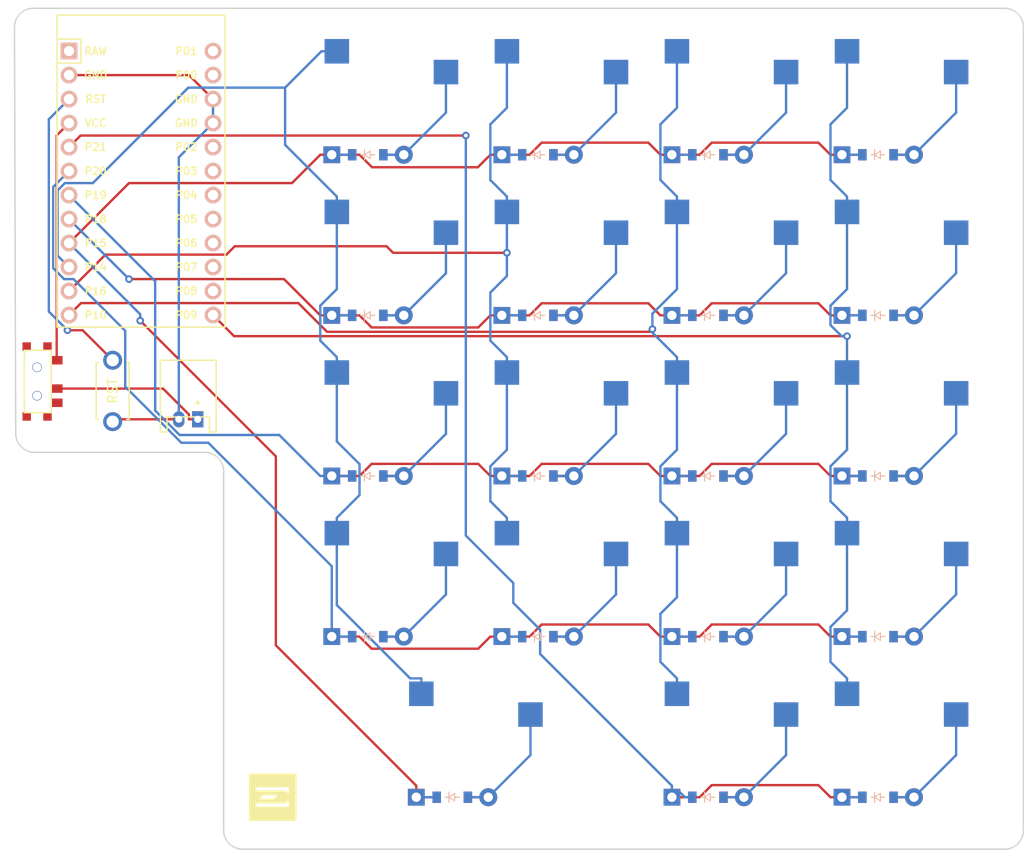
<source format=kicad_pcb>
(kicad_pcb (version 20240108) (generator "pcbnew") (generator_version "8.0")
  (title_block (title "numpad") (date "2024-05-27") (rev "v1.0.0") (company "Unknown"))
  (layers (0 "F.Cu" signal) (31 "B.Cu" signal) (34 "B.Paste" user) (35 "F.Paste" user) (36 "B.SilkS" user "B.Silkscreen") (37 "F.SilkS" user "F.Silkscreen") (38 "B.Mask" user) (39 "F.Mask" user) (44 "Edge.Cuts" user))
  (net 0 "")
  (net 1 "P14")
  (net 2 "one_bottom")
  (net 3 "one_home")
  (net 4 "one_top")
  (net 5 "one_num")
  (net 6 "P16")
  (net 7 "two_bottom")
  (net 8 "two_home")
  (net 9 "two_top")
  (net 10 "two_num")
  (net 11 "P10")
  (net 12 "three_floor")
  (net 13 "three_bottom")
  (net 14 "three_home")
  (net 15 "three_top")
  (net 16 "three_num")
  (net 17 "P9")
  (net 18 "four_floor")
  (net 19 "four_bottom")
  (net 20 "four_home")
  (net 21 "four_top")
  (net 22 "four_num")
  (net 23 "zero_only")
  (net 24 "P20")
  (net 25 "P19")
  (net 26 "P18")
  (net 27 "P15")
  (net 28 "P21")
  (net 29 "RAW")
  (net 30 "GND")
  (net 31 "RST")
  (net 32 "VCC")
  (net 33 "P1")
  (net 34 "P0")
  (net 35 "P2")
  (net 36 "P3")
  (net 37 "P4")
  (net 38 "P5")
  (net 39 "P6")
  (net 40 "P7")
  (net 41 "P8")
  (net 42 "P01")
  (footprint "E73:SPDT_C128955" (layer "F.Cu") (at 65 61 90)
    (property "Reference" "T1" (hide yes))
    (property "Value" "" (hide yes))
  )
  (footprint "PG1350" (layer "F.Cu") (at 108.946 100)
    (property "Reference" "S19" (hide yes))
    (property "Value" "" (hide yes))
  )
  (footprint "PG1350" (layer "F.Cu") (at 136 100)
    (property "Reference" "S9" (hide yes))
    (property "Value" "" (hide yes))
  )
  (footprint "ceoloide:mounting_hole_npth" (layer "F.Cu") (at 94.946 100)
    (property "Reference" "MH3" (hide yes))
    (property "Value" "")
  )
  (footprint "ComboDiode" (layer "F.Cu") (at 100 71)
    (property "Reference" "D2" (hide yes))
    (property "Value" "" (hide yes))
  )
  (footprint "ComboDiode" (layer "F.Cu") (at 118 54)
    (property "Reference" "D7" (hide yes))
    (property "Value" "" (hide yes))
  )
  (footprint "PG1350" (layer "F.Cu") (at 154 32)
    (property "Reference" "S18" (hide yes))
    (property "Value" "" (hide yes))
  )
  (footprint "ceoloide:reset_switch_tht_top" (layer "F.Cu") (at 73 62 90)
    (property "Reference" "RST1" (hide yes))
    (property "Value" "")
  )
  (footprint "PG1350" (layer "F.Cu") (at 154 66)
    (property "Reference" "S16" (hide yes))
    (property "Value" "" (hide yes))
  )
  (footprint "ComboDiode" (layer "F.Cu") (at 100 54)
    (property "Reference" "D3" (hide yes))
    (property "Value" "" (hide yes))
  )
  (footprint "PG1350" (layer "F.Cu") (at 118 49)
    (property "Reference" "S7" (hide yes))
    (property "Value" "" (hide yes))
  )
  (footprint "ComboDiode" (layer "F.Cu") (at 154 54)
    (property "Reference" "D17" (hide yes))
    (property "Value" "" (hide yes))
  )
  (footprint "ceoloide:utility_ergogen_logo" (layer "F.Cu") (at 89.946 105)
    (property "Reference" "LOGO1" (hide yes))
    (property "Value" "")
  )
  (footprint "PG1350" (layer "F.Cu") (at 154 100)
    (property "Reference" "S14" (hide yes))
    (property "Value" "" (hide yes))
  )
  (footprint "ceoloide:mounting_hole_npth" (layer "F.Cu") (at 89 27)
    (property "Reference" "MH1" (hide yes))
    (property "Value" "")
  )
  (footprint "ceoloide:mounting_hole_npth" (layer "F.Cu") (at 165.5 87)
    (property "Reference" "MH4" (hide yes))
    (property "Value" "")
  )
  (footprint "ComboDiode" (layer "F.Cu") (at 100 37)
    (property "Reference" "D4" (hide yes))
    (property "Value" "" (hide yes))
  )
  (footprint "ComboDiode" (layer "F.Cu") (at 136 71)
    (property "Reference" "D11" (hide yes))
    (property "Value" "" (hide yes))
  )
  (footprint "PG1350" (layer "F.Cu") (at 100 49)
    (property "Reference" "S3" (hide yes))
    (property "Value" "" (hide yes))
  )
  (footprint "PG1350" (layer "F.Cu") (at 136 83)
    (property "Reference" "S10" (hide yes))
    (property "Value" "" (hide yes))
  )
  (footprint "ComboDiode" (layer "F.Cu") (at 118 37)
    (property "Reference" "D8" (hide yes))
    (property "Value" "" (hide yes))
  )
  (footprint "PG1350" (layer "F.Cu") (at 154 49)
    (property "Reference" "S17" (hide yes))
    (property "Value" "" (hide yes))
  )
  (footprint "ComboDiode" (layer "F.Cu") (at 108.946 105)
    (property "Reference" "D19" (hide yes))
    (property "Value" "" (hide yes))
  )
  (footprint "PG1350" (layer "F.Cu") (at 118 66)
    (property "Reference" "S6" (hide yes))
    (property "Value" "" (hide yes))
  )
  (footprint "ComboDiode" (layer "F.Cu") (at 154 88)
    (property "Reference" "D15" (hide yes))
    (property "Value" "" (hide yes))
  )
  (footprint "ComboDiode" (layer "F.Cu") (at 136 54)
    (property "Reference" "D12" (hide yes))
    (property "Value" "" (hide yes))
  )
  (footprint "ComboDiode" (layer "F.Cu") (at 118 71)
    (property "Reference" "D6" (hide yes))
    (property "Value" "" (hide yes))
  )
  (footprint "PG1350" (layer "F.Cu") (at 154 83)
    (property "Reference" "S15" (hide yes))
    (property "Value" "" (hide yes))
  )
  (footprint "PG1350" (layer "F.Cu") (at 100 66)
    (property "Reference" "S2" (hide yes))
    (property "Value" "" (hide yes))
  )
  (footprint "PG1350" (layer "F.Cu") (at 100 32)
    (property "Reference" "S4" (hide yes))
    (property "Value" "" (hide yes))
  )
  (footprint "JST_PH_S2B-PH-K_02x2.00mm_Angled" (layer "F.Cu") (at 81 65 180)
    (property "Reference" "JST1" (hide yes))
    (property "Value" "" (hide yes))
  )
  (footprint "ComboDiode" (layer "F.Cu") (at 118 88)
    (property "Reference" "D5" (hide yes))
    (property "Value" "" (hide yes))
  )
  (footprint "PG1350" (layer "F.Cu") (at 118 83)
    (property "Reference" "S5" (hide yes))
    (property "Value" "" (hide yes))
  )
  (footprint "ComboDiode" (layer "F.Cu") (at 154 105)
    (property "Reference" "D14" (hide yes))
    (property "Value" "" (hide yes))
  )
  (footprint "PG1350" (layer "F.Cu") (at 118 32)
    (property "Reference" "S8" (hide yes))
    (property "Value" "" (hide yes))
  )
  (footprint "PG1350" (layer "F.Cu") (at 136 49)
    (property "Reference" "S12" (hide yes))
    (property "Value" "" (hide yes))
  )
  (footprint "ComboDiode" (layer "F.Cu") (at 136 105)
    (property "Reference" "D9" (hide yes))
    (property "Value" "" (hide yes))
  )
  (footprint "ComboDiode" (layer "F.Cu") (at 100 88)
    (property "Reference" "D1" (hide yes))
    (property "Value" "" (hide yes))
  )
  (footprint "ComboDiode" (layer "F.Cu") (at 136 37)
    (property "Reference" "D13" (hide yes))
    (property "Value" "" (hide yes))
  )
  (footprint "ComboDiode" (layer "F.Cu") (at 136 88)
    (property "Reference" "D10" (hide yes))
    (property "Value" "" (hide yes))
  )
  (footprint "PG1350" (layer "F.Cu") (at 136 32)
    (property "Reference" "S13" (hide yes))
    (property "Value" "" (hide yes))
  )
  (footprint "ceoloide:mounting_hole_npth" (layer "F.Cu") (at 165.5 36)
    (property "Reference" "MH2" (hide yes))
    (property "Value" "")
  )
  (footprint "PG1350" (layer "F.Cu") (at 100 83)
    (property "Reference" "S1" (hide yes))
    (property "Value" "" (hide yes))
  )
  (footprint "PG1350" (layer "F.Cu") (at 136 66)
    (property "Reference" "S11" (hide yes))
    (property "Value" "" (hide yes))
  )
  (footprint "ProMicro" (layer "F.Cu") (at 76 40 -90)
    (property "Reference" "MCU1" (hide yes))
    (property "Value" "" (hide yes))
  )
  (footprint "ComboDiode" (layer "F.Cu") (at 154 71)
    (property "Reference" "D16" (hide yes))
    (property "Value" "" (hide yes))
  )
  (footprint "ComboDiode" (layer "F.Cu") (at 154 37)
    (property "Reference" "D18" (hide yes))
    (property "Value" "" (hide yes))
  )
  (gr_line (start 62.739807 66.506213) (end 62.606232 23.506213) (stroke (width 0.15)) (layer "Edge.Cuts"))
  (gr_arc (start 82.746 68.5) (mid 84.160214 69.085786) (end 84.746 70.5) (stroke (width 0.15)) (layer "Edge.Cuts"))
  (gr_line (start 169.4 23.5) (end 169.4 108.5) (stroke (width 0.15)) (layer "Edge.Cuts"))
  (gr_arc (start 86.746 110.5) (mid 85.331786 109.914214) (end 84.746 108.5) (stroke (width 0.15)) (layer "Edge.Cuts"))
  (gr_line (start 82.746 68.5) (end 64.739797 68.5) (stroke (width 0.15)) (layer "Edge.Cuts"))
  (gr_line (start 64.606222 21.5) (end 167.4 21.5) (stroke (width 0.15)) (layer "Edge.Cuts"))
  (gr_line (start 84.746 108.5) (end 84.746 70.5) (stroke (width 0.15)) (layer "Edge.Cuts"))
  (gr_arc (start 64.739797 68.5) (mid 63.327784 67.916407) (end 62.739807 66.506213) (stroke (width 0.15)) (layer "Edge.Cuts"))
  (gr_arc (start 62.606232 23.506213) (mid 63.189815 22.087993) (end 64.606222 21.5) (stroke (width 0.15)) (layer "Edge.Cuts"))
  (gr_line (start 167.4 110.5) (end 86.746 110.5) (stroke (width 0.15)) (layer "Edge.Cuts"))
  (gr_arc (start 169.4 108.5) (mid 168.814214 109.914214) (end 167.4 110.5) (stroke (width 0.15)) (layer "Edge.Cuts"))
  (gr_arc (start 167.4 21.5) (mid 168.814214 22.085786) (end 169.4 23.5) (stroke (width 0.15)) (layer "Edge.Cuts"))
  (segment (start 67.943 40) (end 67.1692 40.7738) (width 0.25) (layer "B.Cu") (net 1))
  (segment (start 96.725 51.2249) (end 96.725 43.05) (width 0.25) (layer "B.Cu") (net 1))
  (segment (start 94.9743 56.6726) (end 94.9743 52.9756) (width 0.25) (layer "B.Cu") (net 1))
  (segment (start 70.9017 40) (end 67.943 40) (width 0.25) (layer "B.Cu") (net 1))
  (segment (start 91.2513 35.9496) (end 96.725 41.4233) (width 0.25) (layer "B.Cu") (net 1))
  (segment (start 96.725 60.05) (end 96.725 58.4233) (width 0.25) (layer "B.Cu") (net 1))
  (segment (start 104.488 92.4233) (end 96.725 84.6606) (width 0.25) (layer "B.Cu") (net 1))
  (segment (start 96.725 77.05) (end 96.725 75.4233) (width 0.25) (layer "B.Cu") (net 1))
  (segment (start 94.9743 52.9756) (end 96.725 51.2249) (width 0.25) (layer "B.Cu") (net 1))
  (segment (start 99.1267 73.0216) (end 99.1267 69.7452) (width 0.25) (layer "B.Cu") (net 1))
  (segment (start 81.0047 29.897) (end 70.9017 40) (width 0.25) (layer "B.Cu") (net 1))
  (segment (start 96.725 58.4233) (end 94.9743 56.6726) (width 0.25) (layer "B.Cu") (net 1))
  (segment (start 91.2513 29.897) (end 91.2513 35.9496) (width 0.25) (layer "B.Cu") (net 1))
  (segment (start 99.1267 69.7452) (end 96.725 67.3435) (width 0.25) (layer "B.Cu") (net 1))
  (segment (start 95.0983 26.05) (end 91.2513 29.897) (width 0.25) (layer "B.Cu") (net 1))
  (segment (start 96.725 41.4233) (end 96.725 43.05) (width 0.25) (layer "B.Cu") (net 1))
  (segment (start 96.725 84.6606) (end 96.725 77.05) (width 0.25) (layer "B.Cu") (net 1))
  (segment (start 67.1692 40.7738) (end 67.1692 47.6792) (width 0.25) (layer "B.Cu") (net 1))
  (segment (start 96.725 67.3435) (end 96.725 60.05) (width 0.25) (layer "B.Cu") (net 1))
  (segment (start 96.725 26.05) (end 95.0983 26.05) (width 0.25) (layer "B.Cu") (net 1))
  (segment (start 105.671 92.4233) (end 104.488 92.4233) (width 0.25) (layer "B.Cu") (net 1))
  (segment (start 91.2513 29.897) (end 81.0047 29.897) (width 0.25) (layer "B.Cu") (net 1))
  (segment (start 67.1692 47.6792) (end 68.38 48.89) (width 0.25) (layer "B.Cu") (net 1))
  (segment (start 96.725 75.4233) (end 99.1267 73.0216) (width 0.25) (layer "B.Cu") (net 1))
  (segment (start 105.671 94.05) (end 105.671 92.4233) (width 0.25) (layer "B.Cu") (net 1))
  (segment (start 103.81 88) (end 101.65 88) (width 0.25) (layer "F.Cu") (net 2))
  (segment (start 103.81 88) (end 108.275 83.535) (width 0.25) (layer "B.Cu") (net 2))
  (segment (start 103.81 88) (end 101.65 88) (width 0.25) (layer "B.Cu") (net 2))
  (segment (start 108.275 83.535) (end 108.275 79.25) (width 0.25) (layer "B.Cu") (net 2))
  (segment (start 103.81 71) (end 101.65 71) (width 0.25) (layer "F.Cu") (net 3))
  (segment (start 103.81 71) (end 101.65 71) (width 0.25) (layer "B.Cu") (net 3))
  (segment (start 108.275 66.535) (end 108.275 62.25) (width 0.25) (layer "B.Cu") (net 3))
  (segment (start 103.81 71) (end 108.275 66.535) (width 0.25) (layer "B.Cu") (net 3))
  (segment (start 103.81 54) (end 101.65 54) (width 0.25) (layer "F.Cu") (net 4))
  (segment (start 108.275 49.535) (end 103.81 54) (width 0.25) (layer "B.Cu") (net 4))
  (segment (start 108.275 45.25) (end 108.275 49.535) (width 0.25) (layer "B.Cu") (net 4))
  (segment (start 103.81 54) (end 101.65 54) (width 0.25) (layer "B.Cu") (net 4))
  (segment (start 103.81 37) (end 101.65 37) (width 0.25) (layer "F.Cu") (net 5))
  (segment (start 103.81 37) (end 101.65 37) (width 0.25) (layer "B.Cu") (net 5))
  (segment (start 108.275 28.25) (end 108.275 32.535) (width 0.25) (layer "B.Cu") (net 5))
  (segment (start 108.275 32.535) (end 103.81 37) (width 0.25) (layer "B.Cu") (net 5))
  (segment (start 114.725 47.3765) (end 102.678 47.3765) (width 0.25) (layer "F.Cu") (net 6))
  (segment (start 72.2402 47.5698) (end 68.38 51.43) (width 0.25) (layer "F.Cu") (net 6))
  (segment (start 85.9275 46.6835) (end 85.0412 47.5698) (width 0.25) (layer "F.Cu") (net 6))
  (segment (start 85.0412 47.5698) (end 72.2402 47.5698) (width 0.25) (layer "F.Cu") (net 6))
  (segment (start 102.678 47.3765) (end 101.985 46.6835) (width 0.25) (layer "F.Cu") (net 6))
  (segment (start 101.985 46.6835) (end 85.9275 46.6835) (width 0.25) (layer "F.Cu") (net 6))
  (via (at 114.725 47.3765) (size 0.8) (drill 0.4) (layers "F.Cu" "B.Cu") (net 6))
  (segment (start 112.974 73.6726) (end 112.974 69.9756) (width 0.25) (layer "B.Cu") (net 6))
  (segment (start 114.725 68.2249) (end 114.725 60.05) (width 0.25) (layer "B.Cu") (net 6))
  (segment (start 112.974 69.9756) (end 114.725 68.2249) (width 0.25) (layer "B.Cu") (net 6))
  (segment (start 114.725 75.4233) (end 112.974 73.6726) (width 0.25) (layer "B.Cu") (net 6))
  (segment (start 112.974 51.5842) (end 114.725 49.8335) (width 0.25) (layer "B.Cu") (net 6))
  (segment (start 114.725 41.4233) (end 112.974 39.6726) (width 0.25) (layer "B.Cu") (net 6))
  (segment (start 112.974 56.6726) (end 112.974 51.5842) (width 0.25) (layer "B.Cu") (net 6))
  (segment (start 114.725 60.05) (end 114.725 58.4233) (width 0.25) (layer "B.Cu") (net 6))
  (segment (start 114.725 77.05) (end 114.725 75.4233) (width 0.25) (layer "B.Cu") (net 6))
  (segment (start 112.974 33.782) (end 114.725 32.0313) (width 0.25) (layer "B.Cu") (net 6))
  (segment (start 114.725 43.05) (end 114.725 41.4233) (width 0.25) (layer "B.Cu") (net 6))
  (segment (start 114.725 47.3765) (end 114.725 43.05) (width 0.25) (layer "B.Cu") (net 6))
  (segment (start 114.725 58.4233) (end 112.974 56.6726) (width 0.25) (layer "B.Cu") (net 6))
  (segment (start 114.725 49.8335) (end 114.725 47.3765) (width 0.25) (layer "B.Cu") (net 6))
  (segment (start 114.725 32.0313) (end 114.725 26.05) (width 0.25) (layer "B.Cu") (net 6))
  (segment (start 112.974 39.6726) (end 112.974 33.782) (width 0.25) (layer "B.Cu") (net 6))
  (segment (start 121.81 88) (end 119.65 88) (width 0.25) (layer "F.Cu") (net 7))
  (segment (start 121.81 88) (end 126.275 83.535) (width 0.25) (layer "B.Cu") (net 7))
  (segment (start 126.275 83.535) (end 126.275 79.25) (width 0.25) (layer "B.Cu") (net 7))
  (segment (start 121.81 88) (end 119.65 88) (width 0.25) (layer "B.Cu") (net 7))
  (segment (start 121.81 71) (end 119.65 71) (width 0.25) (layer "F.Cu") (net 8))
  (segment (start 126.275 66.535) (end 126.275 62.25) (width 0.25) (layer "B.Cu") (net 8))
  (segment (start 121.81 71) (end 119.65 71) (width 0.25) (layer "B.Cu") (net 8))
  (segment (start 121.81 71) (end 126.275 66.535) (width 0.25) (layer "B.Cu") (net 8))
  (segment (start 121.81 54) (end 119.65 54) (width 0.25) (layer "F.Cu") (net 9))
  (segment (start 121.81 54) (end 126.275 49.535) (width 0.25) (layer "B.Cu") (net 9))
  (segment (start 121.81 54) (end 119.65 54) (width 0.25) (layer "B.Cu") (net 9))
  (segment (start 126.275 49.535) (end 126.275 45.25) (width 0.25) (layer "B.Cu") (net 9))
  (segment (start 121.81 37) (end 119.65 37) (width 0.25) (layer "F.Cu") (net 10))
  (segment (start 126.275 32.535) (end 126.275 28.25) (width 0.25) (layer "B.Cu") (net 10))
  (segment (start 121.81 37) (end 119.65 37) (width 0.25) (layer "B.Cu") (net 10))
  (segment (start 121.81 37) (end 126.275 32.535) (width 0.25) (layer "B.Cu") (net 10))
  (segment (start 129.846 55.7411) (end 130.126 55.4609) (width 0.25) (layer "F.Cu") (net 11))
  (segment (start 95.691 55.7411) (end 129.846 55.7411) (width 0.25) (layer "F.Cu") (net 11))
  (segment (start 68.38 53.97) (end 69.65 52.7) (width 0.25) (layer "F.Cu") (net 11))
  (segment (start 92.6499 52.7) (end 95.691 55.7411) (width 0.25) (layer "F.Cu") (net 11))
  (segment (start 69.65 52.7) (end 92.6499 52.7) (width 0.25) (layer "F.Cu") (net 11))
  (via (at 130.126 55.4609) (size 0.8) (drill 0.4) (layers "F.Cu" "B.Cu") (net 11))
  (segment (start 132.725 32.0313) (end 132.725 26.05) (width 0.25) (layer "B.Cu") (net 11))
  (segment (start 132.725 43.05) (end 132.725 51.2249) (width 0.25) (layer "B.Cu") (net 11))
  (segment (start 132.725 43.05) (end 132.725 41.4233) (width 0.25) (layer "B.Cu") (net 11))
  (segment (start 130.974 90.6726) (end 130.974 85.5842) (width 0.25) (layer "B.Cu") (net 11))
  (segment (start 132.725 51.2249) (end 130.126 53.8235) (width 0.25) (layer "B.Cu") (net 11))
  (segment (start 132.725 60.05) (end 132.725 58.4233) (width 0.25) (layer "B.Cu") (net 11))
  (segment (start 132.725 41.4233) (end 130.974 39.6726) (width 0.25) (layer "B.Cu") (net 11))
  (segment (start 130.974 33.782) (end 132.725 32.0313) (width 0.25) (layer "B.Cu") (net 11))
  (segment (start 132.725 68.2249) (end 130.974 69.9756) (width 0.25) (layer "B.Cu") (net 11))
  (segment (start 130.126 53.8235) (end 130.126 55.4609) (width 0.25) (layer "B.Cu") (net 11))
  (segment (start 132.725 94.05) (end 132.725 92.4233) (width 0.25) (layer "B.Cu") (net 11))
  (segment (start 132.725 75.4233) (end 132.725 77.05) (width 0.25) (layer "B.Cu") (net 11))
  (segment (start 130.974 85.5842) (end 132.725 83.8335) (width 0.25) (layer "B.Cu") (net 11))
  (segment (start 132.725 92.4233) (end 130.974 90.6726) (width 0.25) (layer "B.Cu") (net 11))
  (segment (start 130.974 39.6726) (end 130.974 33.782) (width 0.25) (layer "B.Cu") (net 11))
  (segment (start 130.974 69.9756) (end 130.974 73.6726) (width 0.25) (layer "B.Cu") (net 11))
  (segment (start 132.725 60.05) (end 132.725 68.2249) (width 0.25) (layer "B.Cu") (net 11))
  (segment (start 130.126 55.8247) (end 130.126 55.4609) (width 0.25) (layer "B.Cu") (net 11))
  (segment (start 132.725 83.8335) (end 132.725 77.05) (width 0.25) (layer "B.Cu") (net 11))
  (segment (start 130.974 73.6726) (end 132.725 75.4233) (width 0.25) (layer "B.Cu") (net 11))
  (segment (start 132.725 58.4233) (end 130.126 55.8247) (width 0.25) (layer "B.Cu") (net 11))
  (segment (start 139.81 105) (end 137.65 105) (width 0.25) (layer "F.Cu") (net 12))
  (segment (start 144.275 100.535) (end 144.275 96.25) (width 0.25) (layer "B.Cu") (net 12))
  (segment (start 139.81 105) (end 137.65 105) (width 0.25) (layer "B.Cu") (net 12))
  (segment (start 139.81 105) (end 144.275 100.535) (width 0.25) (layer "B.Cu") (net 12))
  (segment (start 139.81 88) (end 137.65 88) (width 0.25) (layer "F.Cu") (net 13))
  (segment (start 139.81 88) (end 137.65 88) (width 0.25) (layer "B.Cu") (net 13))
  (segment (start 144.275 83.535) (end 144.275 79.25) (width 0.25) (layer "B.Cu") (net 13))
  (segment (start 139.81 88) (end 144.275 83.535) (width 0.25) (layer "B.Cu") (net 13))
  (segment (start 139.81 71) (end 137.65 71) (width 0.25) (layer "F.Cu") (net 14))
  (segment (start 144.275 66.535) (end 144.275 62.25) (width 0.25) (layer "B.Cu") (net 14))
  (segment (start 139.81 71) (end 137.65 71) (width 0.25) (layer "B.Cu") (net 14))
  (segment (start 139.81 71) (end 144.275 66.535) (width 0.25) (layer "B.Cu") (net 14))
  (segment (start 139.81 54) (end 137.65 54) (width 0.25) (layer "F.Cu") (net 15))
  (segment (start 144.275 49.535) (end 144.275 45.25) (width 0.25) (layer "B.Cu") (net 15))
  (segment (start 139.81 54) (end 137.65 54) (width 0.25) (layer "B.Cu") (net 15))
  (segment (start 139.81 54) (end 144.275 49.535) (width 0.25) (layer "B.Cu") (net 15))
  (segment (start 139.81 37) (end 137.65 37) (width 0.25) (layer "F.Cu") (net 16))
  (segment (start 139.81 37) (end 137.65 37) (width 0.25) (layer "B.Cu") (net 16))
  (segment (start 144.275 32.535) (end 144.275 28.25) (width 0.25) (layer "B.Cu") (net 16))
  (segment (start 139.81 37) (end 144.275 32.535) (width 0.25) (layer "B.Cu") (net 16))
  (segment (start 83.62 53.97) (end 85.8512 56.2012) (width 0.25) (layer "F.Cu") (net 17))
  (segment (start 85.8512 56.2012) (end 150.725 56.2012) (width 0.25) (layer "F.Cu") (net 17))
  (via (at 150.725 56.2012) (size 0.8) (drill 0.4) (layers "F.Cu" "B.Cu") (net 17))
  (segment (start 150.151 56.2012) (end 150.725 56.2012) (width 0.25) (layer "B.Cu") (net 17))
  (segment (start 148.974 69.9756) (end 150.725 68.2249) (width 0.25) (layer "B.Cu") (net 17))
  (segment (start 148.974 90.6726) (end 148.974 86.9756) (width 0.25) (layer "B.Cu") (net 17))
  (segment (start 150.725 68.2249) (end 150.725 60.05) (width 0.25) (layer "B.Cu") (net 17))
  (segment (start 150.725 92.4233) (end 148.974 90.6726) (width 0.25) (layer "B.Cu") (net 17))
  (segment (start 150.725 75.4233) (end 148.974 73.6726) (width 0.25) (layer "B.Cu") (net 17))
  (segment (start 150.725 85.2249) (end 150.725 77.05) (width 0.25) (layer "B.Cu") (net 17))
  (segment (start 150.725 43.05) (end 150.725 41.4233) (width 0.25) (layer "B.Cu") (net 17))
  (segment (start 148.974 55.0244) (end 150.151 56.2012) (width 0.25) (layer "B.Cu") (net 17))
  (segment (start 150.725 56.2012) (end 150.725 60.05) (width 0.25) (layer "B.Cu") (net 17))
  (segment (start 148.974 73.6726) (end 148.974 69.9756) (width 0.25) (layer "B.Cu") (net 17))
  (segment (start 150.725 41.4233) (end 148.974 39.6726) (width 0.25) (layer "B.Cu") (net 17))
  (segment (start 150.725 51.2249) (end 148.974 52.9756) (width 0.25) (layer "B.Cu") (net 17))
  (segment (start 150.725 77.05) (end 150.725 75.4233) (width 0.25) (layer "B.Cu") (net 17))
  (segment (start 148.974 39.6726) (end 148.974 33.782) (width 0.25) (layer "B.Cu") (net 17))
  (segment (start 148.974 52.9756) (end 148.974 55.0244) (width 0.25) (layer "B.Cu") (net 17))
  (segment (start 150.725 43.05) (end 150.725 51.2249) (width 0.25) (layer "B.Cu") (net 17))
  (segment (start 148.974 86.9756) (end 150.725 85.2249) (width 0.25) (layer "B.Cu") (net 17))
  (segment (start 150.725 94.05) (end 150.725 92.4233) (width 0.25) (layer "B.Cu") (net 17))
  (segment (start 148.974 33.782) (end 150.725 32.0313) (width 0.25) (layer "B.Cu") (net 17))
  (segment (start 150.725 32.0313) (end 150.725 26.05) (width 0.25) (layer "B.Cu") (net 17))
  (segment (start 157.81 105) (end 155.65 105) (width 0.25) (layer "F.Cu") (net 18))
  (segment (start 162.275 100.535) (end 162.275 96.25) (width 0.25) (layer "B.Cu") (net 18))
  (segment (start 157.81 105) (end 155.65 105) (width 0.25) (layer "B.Cu") (net 18))
  (segment (start 157.81 105) (end 162.275 100.535) (width 0.25) (layer "B.Cu") (net 18))
  (segment (start 157.81 88) (end 155.65 88) (width 0.25) (layer "F.Cu") (net 19))
  (segment (start 157.81 88) (end 155.65 88) (width 0.25) (layer "B.Cu") (net 19))
  (segment (start 157.81 88) (end 162.275 83.535) (width 0.25) (layer "B.Cu") (net 19))
  (segment (start 162.275 83.535) (end 162.275 79.25) (width 0.25) (layer "B.Cu") (net 19))
  (segment (start 157.81 71) (end 155.65 71) (width 0.25) (layer "F.Cu") (net 20))
  (segment (start 162.275 66.535) (end 162.275 62.25) (width 0.25) (layer "B.Cu") (net 20))
  (segment (start 157.81 71) (end 162.275 66.535) (width 0.25) (layer "B.Cu") (net 20))
  (segment (start 157.81 71) (end 155.65 71) (width 0.25) (layer "B.Cu") (net 20))
  (segment (start 157.81 54) (end 155.65 54) (width 0.25) (layer "F.Cu") (net 21))
  (segment (start 157.81 54) (end 155.65 54) (width 0.25) (layer "B.Cu") (net 21))
  (segment (start 157.81 54) (end 162.275 49.535) (width 0.25) (layer "B.Cu") (net 21))
  (segment (start 162.275 49.535) (end 162.275 45.25) (width 0.25) (layer "B.Cu") (net 21))
  (segment (start 157.81 37) (end 155.65 37) (width 0.25) (layer "F.Cu") (net 22))
  (segment (start 155.65 37) (end 157.81 37) (width 0.25) (layer "B.Cu") (net 22))
  (segment (start 162.275 32.535) (end 162.275 28.25) (width 0.25) (layer "B.Cu") (net 22))
  (segment (start 157.81 37) (end 162.275 32.535) (width 0.25) (layer "B.Cu") (net 22))
  (segment (start 112.756 105) (end 110.596 105) (width 0.25) (layer "F.Cu") (net 23))
  (segment (start 112.756 105) (end 117.221 100.535) (width 0.25) (layer "B.Cu") (net 23))
  (segment (start 117.221 100.535) (end 117.221 96.25) (width 0.25) (layer "B.Cu") (net 23))
  (segment (start 112.756 105) (end 110.596 105) (width 0.25) (layer "B.Cu") (net 23))
  (segment (start 112.974 88) (end 114.19 88) (width 0.25) (layer "F.Cu") (net 24))
  (segment (start 111.691 89.2832) (end 112.974 88) (width 0.25) (layer "F.Cu") (net 24))
  (segment (start 98.35 88) (end 99.1267 88) (width 0.25) (layer "F.Cu") (net 24))
  (segment (start 130.974 88) (end 132.19 88) (width 0.25) (layer "F.Cu") (net 24))
  (segment (start 134.35 88) (end 135.127 88) (width 0.25) (layer "F.Cu") (net 24))
  (segment (start 99.1267 88) (end 100.41 89.2832) (width 0.25) (layer "F.Cu") (net 24))
  (segment (start 132.19 88) (end 134.35 88) (width 0.25) (layer "F.Cu") (net 24))
  (segment (start 148.974 88) (end 150.19 88) (width 0.25) (layer "F.Cu") (net 24))
  (segment (start 114.19 88) (end 116.35 88) (width 0.25) (layer "F.Cu") (net 24))
  (segment (start 118.406 86.7204) (end 129.695 86.7204) (width 0.25) (layer "F.Cu") (net 24))
  (segment (start 135.127 88) (end 136.406 86.7204) (width 0.25) (layer "F.Cu") (net 24))
  (segment (start 96.19 88) (end 98.35 88) (width 0.25) (layer "F.Cu") (net 24))
  (segment (start 147.695 86.7204) (end 148.974 88) (width 0.25) (layer "F.Cu") (net 24))
  (segment (start 100.41 89.2832) (end 111.691 89.2832) (width 0.25) (layer "F.Cu") (net 24))
  (segment (start 129.695 86.7204) (end 130.974 88) (width 0.25) (layer "F.Cu") (net 24))
  (segment (start 150.19 88) (end 152.35 88) (width 0.25) (layer "F.Cu") (net 24))
  (segment (start 117.127 88) (end 118.406 86.7204) (width 0.25) (layer "F.Cu") (net 24))
  (segment (start 136.406 86.7204) (end 147.695 86.7204) (width 0.25) (layer "F.Cu") (net 24))
  (segment (start 116.35 88) (end 117.127 88) (width 0.25) (layer "F.Cu") (net 24))
  (segment (start 80.2681 67.483) (end 83.1202 67.483) (width 0.25) (layer "B.Cu") (net 24))
  (segment (start 68.38 38.73) (end 66.7064 40.4036) (width 0.25) (layer "B.Cu") (net 24))
  (segment (start 96.19 88) (end 98.35 88) (width 0.25) (layer "B.Cu") (net 24))
  (segment (start 96.19 80.5528) (end 96.19 88) (width 0.25) (layer "B.Cu") (net 24))
  (segment (start 74.3267 61.5416) (end 80.2681 67.483) (width 0.25) (layer "B.Cu") (net 24))
  (segment (start 74.3267 55.6272) (end 74.3267 61.5416) (width 0.25) (layer "B.Cu") (net 24))
  (segment (start 134.35 88) (end 132.19 88) (width 0.25) (layer "B.Cu") (net 24))
  (segment (start 66.7064 49.0074) (end 67.859 50.16) (width 0.25) (layer "B.Cu") (net 24))
  (segment (start 152.35 88) (end 150.19 88) (width 0.25) (layer "B.Cu") (net 24))
  (segment (start 67.859 50.16) (end 68.8595 50.16) (width 0.25) (layer "B.Cu") (net 24))
  (segment (start 83.1202 67.483) (end 96.19 80.5528) (width 0.25) (layer "B.Cu") (net 24))
  (segment (start 66.7064 40.4036) (end 66.7064 49.0074) (width 0.25) (layer "B.Cu") (net 24))
  (segment (start 116.35 88) (end 114.19 88) (width 0.25) (layer "B.Cu") (net 24))
  (segment (start 68.8595 50.16) (end 74.3267 55.6272) (width 0.25) (layer "B.Cu") (net 24))
  (segment (start 116.35 71) (end 117.127 71) (width 0.25) (layer "F.Cu") (net 25))
  (segment (start 114.19 71) (end 116.35 71) (width 0.25) (layer "F.Cu") (net 25))
  (segment (start 98.35 71) (end 99.1267 71) (width 0.25) (layer "F.Cu") (net 25))
  (segment (start 96.19 71) (end 98.35 71) (width 0.25) (layer "F.Cu") (net 25))
  (segment (start 129.695 69.7204) (end 130.974 71) (width 0.25) (layer "F.Cu") (net 25))
  (segment (start 147.695 69.7204) (end 148.974 71) (width 0.25) (layer "F.Cu") (net 25))
  (segment (start 134.35 71) (end 135.127 71) (width 0.25) (layer "F.Cu") (net 25))
  (segment (start 148.974 71) (end 150.19 71) (width 0.25) (layer "F.Cu") (net 25))
  (segment (start 111.695 69.7204) (end 112.974 71) (width 0.25) (layer "F.Cu") (net 25))
  (segment (start 117.127 71) (end 118.406 69.7204) (width 0.25) (layer "F.Cu") (net 25))
  (segment (start 136.406 69.7204) (end 147.695 69.7204) (width 0.25) (layer "F.Cu") (net 25))
  (segment (start 130.974 71) (end 132.19 71) (width 0.25) (layer "F.Cu") (net 25))
  (segment (start 118.406 69.7204) (end 129.695 69.7204) (width 0.25) (layer "F.Cu") (net 25))
  (segment (start 135.127 71) (end 136.406 69.7204) (width 0.25) (layer "F.Cu") (net 25))
  (segment (start 132.19 71) (end 134.35 71) (width 0.25) (layer "F.Cu") (net 25))
  (segment (start 99.1267 71) (end 100.406 69.7204) (width 0.25) (layer "F.Cu") (net 25))
  (segment (start 112.974 71) (end 114.19 71) (width 0.25) (layer "F.Cu") (net 25))
  (segment (start 100.406 69.7204) (end 111.695 69.7204) (width 0.25) (layer "F.Cu") (net 25))
  (segment (start 150.19 71) (end 152.35 71) (width 0.25) (layer "F.Cu") (net 25))
  (segment (start 90.6349 66.6606) (end 80.0845 66.6606) (width 0.25) (layer "B.Cu") (net 25))
  (segment (start 134.35 71) (end 132.19 71) (width 0.25) (layer "B.Cu") (net 25))
  (segment (start 98.35 71) (end 96.19 71) (width 0.25) (layer "B.Cu") (net 25))
  (segment (start 80.0845 66.6606) (end 77.4987 64.0748) (width 0.25) (layer "B.Cu") (net 25))
  (segment (start 116.35 71) (end 114.19 71) (width 0.25) (layer "B.Cu") (net 25))
  (segment (start 152.35 71) (end 150.19 71) (width 0.25) (layer "B.Cu") (net 25))
  (segment (start 77.4987 64.0748) (end 77.4987 50.3887) (width 0.25) (layer "B.Cu") (net 25))
  (segment (start 94.9743 71) (end 90.6349 66.6606) (width 0.25) (layer "B.Cu") (net 25))
  (segment (start 96.19 71) (end 94.9743 71) (width 0.25) (layer "B.Cu") (net 25))
  (segment (start 77.4987 50.3887) (end 68.38 41.27) (width 0.25) (layer "B.Cu") (net 25))
  (segment (start 132.19 54) (end 134.35 54) (width 0.25) (layer "F.Cu") (net 26))
  (segment (start 99.1267 54) (end 98.35 54) (width 0.25) (layer "F.Cu") (net 26))
  (segment (start 94.9743 54) (end 91.1343 50.16) (width 0.25) (layer "F.Cu") (net 26))
  (segment (start 130.974 54) (end 129.695 52.7205) (width 0.25) (layer "F.Cu") (net 26))
  (segment (start 100.406 55.2795) (end 99.1267 54) (width 0.25) (layer "F.Cu") (net 26))
  (segment (start 152.35 54) (end 150.19 54) (width 0.25) (layer "F.Cu") (net 26))
  (segment (start 147.695 52.7204) (end 136.406 52.7204) (width 0.25) (layer "F.Cu") (net 26))
  (segment (start 91.1343 50.16) (end 74.73 50.16) (width 0.25) (layer "F.Cu") (net 26))
  (segment (start 111.695 55.2795) (end 100.406 55.2795) (width 0.25) (layer "F.Cu") (net 26))
  (segment (start 132.19 54) (end 130.974 54) (width 0.25) (layer "F.Cu") (net 26))
  (segment (start 96.19 54) (end 94.9743 54) (width 0.25) (layer "F.Cu") (net 26))
  (segment (start 136.406 52.7204) (end 135.127 54) (width 0.25) (layer "F.Cu") (net 26))
  (segment (start 118.406 52.7205) (end 117.127 54) (width 0.25) (layer "F.Cu") (net 26))
  (segment (start 112.974 54) (end 111.695 55.2795) (width 0.25) (layer "F.Cu") (net 26))
  (segment (start 129.695 52.7205) (end 118.406 52.7205) (width 0.25) (layer "F.Cu") (net 26))
  (segment (start 114.19 54) (end 112.974 54) (width 0.25) (layer "F.Cu") (net 26))
  (segment (start 150.19 54) (end 148.974 54) (width 0.25) (layer "F.Cu") (net 26))
  (segment (start 148.974 54) (end 147.695 52.7204) (width 0.25) (layer "F.Cu") (net 26))
  (segment (start 96.19 54) (end 98.35 54) (width 0.25) (layer "F.Cu") (net 26))
  (segment (start 135.127 54) (end 134.35 54) (width 0.25) (layer "F.Cu") (net 26))
  (segment (start 116.35 54) (end 114.19 54) (width 0.25) (layer "F.Cu") (net 26))
  (segment (start 117.127 54) (end 116.35 54) (width 0.25) (layer "F.Cu") (net 26))
  (via (at 74.73 50.16) (size 0.8) (drill 0.4) (layers "F.Cu" "B.Cu") (net 26))
  (segment (start 116.35 54) (end 114.19 54) (width 0.25) (layer "B.Cu") (net 26))
  (segment (start 152.35 54) (end 150.19 54) (width 0.25) (layer "B.Cu") (net 26))
  (segment (start 134.35 54) (end 132.19 54) (width 0.25) (layer "B.Cu") (net 26))
  (segment (start 98.35 54) (end 96.19 54) (width 0.25) (layer "B.Cu") (net 26))
  (segment (start 68.38 43.81) (end 74.73 50.16) (width 0.25) (layer "B.Cu") (net 26))
  (segment (start 99.1267 37) (end 98.35 37) (width 0.25) (layer "F.Cu") (net 27))
  (segment (start 136.406 35.7204) (end 147.695 35.7204) (width 0.25) (layer "F.Cu") (net 27))
  (segment (start 117.127 37) (end 116.35 37) (width 0.25) (layer "F.Cu") (net 27))
  (segment (start 118.406 35.7204) (end 117.127 37) (width 0.25) (layer "F.Cu") (net 27))
  (segment (start 150.19 37) (end 152.35 37) (width 0.25) (layer "F.Cu") (net 27))
  (segment (start 132.19 37) (end 134.35 37) (width 0.25) (layer "F.Cu") (net 27))
  (segment (start 74.73 40) (end 68.38 46.35) (width 0.25) (layer "F.Cu") (net 27))
  (segment (start 90.2698 68.9215) (end 90.2698 88.9181) (width 0.25) (layer "F.Cu") (net 27))
  (segment (start 96.19 37) (end 98.35 37) (width 0.25) (layer "F.Cu") (net 27))
  (segment (start 114.19 37) (end 112.974 37) (width 0.25) (layer "F.Cu") (net 27))
  (segment (start 105.136 105) (end 105.136 103.7843) (width 0.25) (layer "F.Cu") (net 27))
  (segment (start 91.9743 40) (end 74.73 40) (width 0.25) (layer "F.Cu") (net 27))
  (segment (start 130.974 37) (end 129.695 35.7204) (width 0.25) (layer "F.Cu") (net 27))
  (segment (start 100.449 38.3225) (end 99.1267 37) (width 0.25) (layer "F.Cu") (net 27))
  (segment (start 114.19 37) (end 116.35 37) (width 0.25) (layer "F.Cu") (net 27))
  (segment (start 96.19 37) (end 94.9743 37) (width 0.25) (layer "F.Cu") (net 27))
  (segment (start 90.2698 88.9181) (end 105.136 103.7843) (width 0.25) (layer "F.Cu") (net 27))
  (segment (start 132.19 37) (end 130.974 37) (width 0.25) (layer "F.Cu") (net 27))
  (segment (start 94.9743 37) (end 91.9743 40) (width 0.25) (layer "F.Cu") (net 27))
  (segment (start 129.695 35.7204) (end 118.406 35.7204) (width 0.25) (layer "F.Cu") (net 27))
  (segment (start 112.974 37) (end 111.652 38.3225) (width 0.25) (layer "F.Cu") (net 27))
  (segment (start 111.652 38.3225) (end 100.449 38.3225) (width 0.25) (layer "F.Cu") (net 27))
  (segment (start 135.127 37) (end 136.406 35.7204) (width 0.25) (layer "F.Cu") (net 27))
  (segment (start 147.695 35.7204) (end 148.974 37) (width 0.25) (layer "F.Cu") (net 27))
  (segment (start 134.35 37) (end 135.127 37) (width 0.25) (layer "F.Cu") (net 27))
  (segment (start 105.136 105) (end 107.296 105) (width 0.25) (layer "F.Cu") (net 27))
  (segment (start 75.9127 54.5644) (end 90.2698 68.9215) (width 0.25) (layer "F.Cu") (net 27))
  (segment (start 148.974 37) (end 150.19 37) (width 0.25) (layer "F.Cu") (net 27))
  (via (at 75.9127 54.5644) (size 0.8) (drill 0.4) (layers "F.Cu" "B.Cu") (net 27))
  (segment (start 105.136 105) (end 107.296 105) (width 0.25) (layer "B.Cu") (net 27))
  (segment (start 96.19 37) (end 98.35 37) (width 0.25) (layer "B.Cu") (net 27))
  (segment (start 134.35 37) (end 132.19 37) (width 0.25) (layer "B.Cu") (net 27))
  (segment (start 75.9127 53.8827) (end 75.9127 54.5644) (width 0.25) (layer "B.Cu") (net 27))
  (segment (start 116.35 37) (end 114.19 37) (width 0.25) (layer "B.Cu") (net 27))
  (segment (start 152.35 37) (end 150.19 37) (width 0.25) (layer "B.Cu") (net 27))
  (segment (start 68.38 46.35) (end 75.9127 53.8827) (width 0.25) (layer "B.Cu") (net 27))
  (segment (start 152.35 105) (end 150.19 105) (width 0.25) (layer "F.Cu") (net 28))
  (segment (start 136.406 103.72) (end 147.695 103.72) (width 0.25) (layer "F.Cu") (net 28))
  (segment (start 132.19 105) (end 134.35 105) (width 0.25) (layer "F.Cu") (net 28))
  (segment (start 134.35 105) (end 135.127 105) (width 0.25) (layer "F.Cu") (net 28))
  (segment (start 135.127 105) (end 136.406 103.72) (width 0.25) (layer "F.Cu") (net 28))
  (segment (start 147.695 103.72) (end 148.974 105) (width 0.25) (layer "F.Cu") (net 28))
  (segment (start 148.974 105) (end 150.19 105) (width 0.25) (layer "F.Cu") (net 28))
  (segment (start 69.603 34.967) (end 110.378 34.967) (width 0.25) (layer "F.Cu") (net 28))
  (segment (start 68.38 36.19) (end 69.603 34.967) (width 0.25) (layer "F.Cu") (net 28))
  (via (at 110.378 34.967) (size 0.8) (drill 0.4) (layers "F.Cu" "B.Cu") (net 28))
  (segment (start 115.404 84.4328) (end 115.404 82.3283) (width 0.25) (layer "B.Cu") (net 28))
  (segment (start 134.35 105) (end 133.573 105) (width 0.25) (layer "B.Cu") (net 28))
  (segment (start 132.19 104.392) (end 132.19 103.784) (width 0.25) (layer "B.Cu") (net 28))
  (segment (start 133.573 105) (end 132.965 104.392) (width 0.25) (layer "B.Cu") (net 28))
  (segment (start 132.19 105) (end 132.19 104.392) (width 0.25) (layer "B.Cu") (net 28))
  (segment (start 110.378 77.302) (end 110.378 34.967) (width 0.25) (layer "B.Cu") (net 28))
  (segment (start 132.19 103.784) (end 118.245 89.8391) (width 0.25) (layer "B.Cu") (net 28))
  (segment (start 115.404 82.3283) (end 110.378 77.302) (width 0.25) (layer "B.Cu") (net 28))
  (segment (start 132.965 104.392) (end 132.19 104.392) (width 0.25) (layer "B.Cu") (net 28))
  (segment (start 152.35 105) (end 150.19 105) (width 0.25) (layer "B.Cu") (net 28))
  (segment (start 118.245 87.2734) (end 115.404 84.4328) (width 0.25) (layer "B.Cu") (net 28))
  (segment (start 118.245 89.8391) (end 118.245 87.2734) (width 0.25) (layer "B.Cu") (net 28))
  (segment (start 80 65) (end 73.25 65) (width 0.25) (layer "F.Cu") (net 30))
  (segment (start 83.62 31.11) (end 81.08 28.57) (width 0.25) (layer "F.Cu") (net 30))
  (segment (start 73.25 65) (end 73 65.25) (width 0.25) (layer "F.Cu") (net 30))
  (segment (start 81.08 28.57) (end 68.38 28.57) (width 0.25) (layer "F.Cu") (net 30))
  (segment (start 83.62 33.65) (end 83.62 31.11) (width 0.25) (layer "B.Cu") (net 30))
  (segment (start 80 37.27) (end 83.62 33.65) (width 0.25) (layer "B.Cu") (net 30))
  (segment (start 80 65) (end 80 37.27) (width 0.25) (layer "B.Cu") (net 30))
  (segment (start 69.825 55.575) (end 68.2164 55.575) (width 0.25) (layer "F.Cu") (net 31))
  (segment (start 73 58.75) (end 69.825 55.575) (width 0.25) (layer "F.Cu") (net 31))
  (via (at 68.2164 55.575) (size 0.8) (drill 0.4) (layers "F.Cu" "B.Cu") (net 31))
  (segment (start 68.38 31.11) (end 66.2436 33.2464) (width 0.25) (layer "B.Cu") (net 31))
  (segment (start 66.2436 33.2464) (end 66.2436 53.6022) (width 0.25) (layer "B.Cu") (net 31))
  (segment (start 66.2436 53.6022) (end 68.2164 55.575) (width 0.25) (layer "B.Cu") (net 31))
  (segment (start 67.075 34.955) (end 67.075 58.75) (width 0.25) (layer "F.Cu") (net 32))
  (segment (start 68.38 33.65) (end 67.075 34.955) (width 0.25) (layer "F.Cu") (net 32))
  (segment (start 81.0733 65) (end 81.0733 64.4932) (width 0.25) (layer "F.Cu") (net 42))
  (segment (start 81.0733 64.4932) (end 78.3301 61.75) (width 0.25) (layer "F.Cu") (net 42))
  (segment (start 78.3301 61.75) (end 67.075 61.75) (width 0.25) (layer "F.Cu") (net 42))
  (segment (start 82 65) (end 81.0733 65) (width 0.25) (layer "F.Cu") (net 42))
)
</source>
